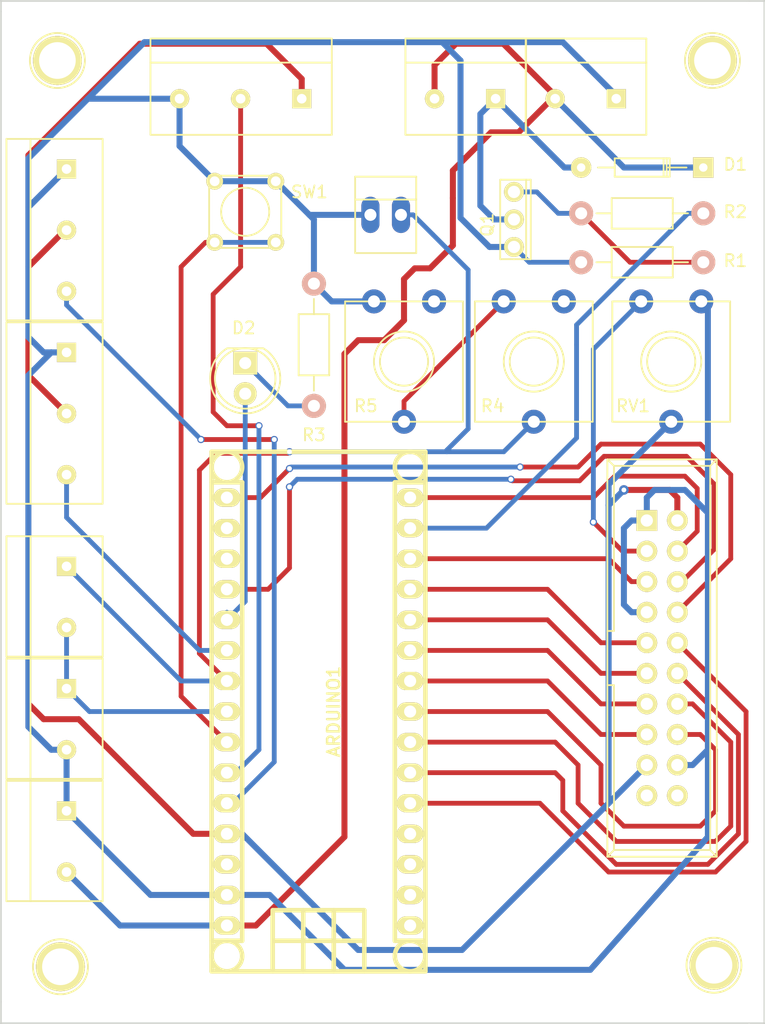
<source format=kicad_pcb>
(kicad_pcb (version 4) (host pcbnew 4.0.4-1.fc24-product)

  (general
    (links 58)
    (no_connects 0)
    (area 114.605999 58.344999 178.256001 143.458001)
    (thickness 1.6)
    (drawings 10)
    (tracks 264)
    (zones 0)
    (modules 25)
    (nets 36)
  )

  (page A4)
  (layers
    (0 F.Cu signal)
    (31 B.Cu signal)
    (32 B.Adhes user)
    (33 F.Adhes user)
    (34 B.Paste user)
    (35 F.Paste user)
    (36 B.SilkS user)
    (37 F.SilkS user)
    (38 B.Mask user)
    (39 F.Mask user)
    (40 Dwgs.User user)
    (41 Cmts.User user)
    (42 Eco1.User user)
    (43 Eco2.User user)
    (44 Edge.Cuts user)
    (45 Margin user)
    (46 B.CrtYd user)
    (47 F.CrtYd user)
    (48 B.Fab user)
    (49 F.Fab user)
  )

  (setup
    (last_trace_width 0.4)
    (trace_clearance 0.2)
    (zone_clearance 0.508)
    (zone_45_only no)
    (trace_min 0.2)
    (segment_width 0.2)
    (edge_width 0.15)
    (via_size 0.6)
    (via_drill 0.4)
    (via_min_size 0.4)
    (via_min_drill 0.3)
    (uvia_size 0.3)
    (uvia_drill 0.1)
    (uvias_allowed no)
    (uvia_min_size 0.2)
    (uvia_min_drill 0.1)
    (pcb_text_width 0.3)
    (pcb_text_size 1.5 1.5)
    (mod_edge_width 0.15)
    (mod_text_size 1 1)
    (mod_text_width 0.15)
    (pad_size 4.064 4.064)
    (pad_drill 3.048)
    (pad_to_mask_clearance 0.2)
    (aux_axis_origin 0 0)
    (visible_elements FFFFFF7F)
    (pcbplotparams
      (layerselection 0x00000_80000001)
      (usegerberextensions false)
      (excludeedgelayer true)
      (linewidth 0.100000)
      (plotframeref false)
      (viasonmask false)
      (mode 1)
      (useauxorigin false)
      (hpglpennumber 1)
      (hpglpenspeed 20)
      (hpglpendiameter 15)
      (hpglpenoverlay 2)
      (psnegative false)
      (psa4output false)
      (plotreference true)
      (plotvalue true)
      (plotinvisibletext false)
      (padsonsilk false)
      (subtractmaskfromsilk false)
      (outputformat 1)
      (mirror false)
      (drillshape 0)
      (scaleselection 1)
      (outputdirectory production-files/))
  )

  (net 0 "")
  (net 1 "Net-(ARDUINO1-Pad1)")
  (net 2 "Net-(ARDUINO1-Pad2)")
  (net 3 "Net-(ARDUINO1-Pad3)")
  (net 4 "Net-(ARDUINO1-Pad4)")
  (net 5 "Net-(ARDUINO1-Pad14)")
  (net 6 "Net-(ARDUINO1-Pad17)")
  (net 7 "Net-(ARDUINO1-Pad18)")
  (net 8 "Net-(ARDUINO1-Pad20)")
  (net 9 "Net-(ARDUINO1-Pad21)")
  (net 10 "Net-(ARDUINO1-Pad22)")
  (net 11 "Net-(ARDUINO1-Pad23)")
  (net 12 "Net-(ARDUINO1-Pad24)")
  (net 13 "Net-(ARDUINO1-Pad25)")
  (net 14 "Net-(ARDUINO1-Pad26)")
  (net 15 +5V)
  (net 16 "Net-(ARDUINO1-Pad28)")
  (net 17 GND)
  (net 18 +12V)
  (net 19 "Net-(D1-Pad2)")
  (net 20 "Net-(D2-Pad1)")
  (net 21 "Net-(DS1-Pad3)")
  (net 22 "Net-(Q1-Pad1)")
  (net 23 "Net-(R4-Pad2)")
  (net 24 /DB6)
  (net 25 /DB4)
  (net 26 /DB2)
  (net 27 /DB0)
  (net 28 /E1)
  (net 29 /~RS)
  (net 30 /E2)
  (net 31 /A0)
  (net 32 /DB1)
  (net 33 /DB3)
  (net 34 /DB5)
  (net 35 /DB7)

  (net_class Default "Tämä on oletuskytkentäverkkoluokka."
    (clearance 0.2)
    (trace_width 0.4)
    (via_dia 0.6)
    (via_drill 0.4)
    (uvia_dia 0.3)
    (uvia_drill 0.1)
    (add_net /A0)
    (add_net /DB0)
    (add_net /DB1)
    (add_net /DB2)
    (add_net /DB3)
    (add_net /DB4)
    (add_net /DB5)
    (add_net /DB6)
    (add_net /DB7)
    (add_net /E1)
    (add_net /E2)
    (add_net /~RS)
    (add_net "Net-(ARDUINO1-Pad1)")
    (add_net "Net-(ARDUINO1-Pad14)")
    (add_net "Net-(ARDUINO1-Pad17)")
    (add_net "Net-(ARDUINO1-Pad18)")
    (add_net "Net-(ARDUINO1-Pad2)")
    (add_net "Net-(ARDUINO1-Pad20)")
    (add_net "Net-(ARDUINO1-Pad21)")
    (add_net "Net-(ARDUINO1-Pad22)")
    (add_net "Net-(ARDUINO1-Pad23)")
    (add_net "Net-(ARDUINO1-Pad24)")
    (add_net "Net-(ARDUINO1-Pad25)")
    (add_net "Net-(ARDUINO1-Pad26)")
    (add_net "Net-(ARDUINO1-Pad28)")
    (add_net "Net-(ARDUINO1-Pad3)")
    (add_net "Net-(ARDUINO1-Pad4)")
    (add_net "Net-(D2-Pad1)")
    (add_net "Net-(DS1-Pad3)")
    (add_net "Net-(Q1-Pad1)")
    (add_net "Net-(R4-Pad2)")
  )

  (net_class Power ""
    (clearance 0.4)
    (trace_width 0.5)
    (via_dia 0.8)
    (via_drill 0.4)
    (uvia_dia 0.3)
    (uvia_drill 0.1)
    (add_net +12V)
    (add_net +5V)
    (add_net GND)
    (add_net "Net-(D1-Pad2)")
  )

  (module oturpe-kicad-modules:Trimmer_ACP_*V10 (layer F.Cu) (tedit 583C6D5C) (tstamp 583C38CB)
    (at 148.209 88.392 180)
    (path /5831C2E4)
    (fp_text reference R5 (at 3.175 -3.683 180) (layer F.SilkS)
      (effects (font (size 1 1) (thickness 0.15)))
    )
    (fp_text value "1 kA" (at 0.15 -8 180) (layer F.Fab)
      (effects (font (size 1 1) (thickness 0.15)))
    )
    (fp_circle (center 0 0) (end 2 -0.1) (layer F.SilkS) (width 0.15))
    (fp_circle (center 0 0) (end 2.5 0) (layer F.SilkS) (width 0.15))
    (fp_line (start -4.9 5) (end 4.9 5) (layer F.SilkS) (width 0.15))
    (fp_line (start 4.9 5) (end 4.9 -5) (layer F.SilkS) (width 0.15))
    (fp_line (start 4.9 -5) (end -4.9 -5) (layer F.SilkS) (width 0.15))
    (fp_line (start -4.9 -5) (end -4.9 5) (layer F.SilkS) (width 0.15))
    (pad 1 thru_hole circle (at 0 -5 180) (size 2 2) (drill 1) (layers *.Cu *.Mask)
      (net 23 "Net-(R4-Pad2)"))
    (pad 2 thru_hole circle (at 2.5 5 180) (size 2 2) (drill 1) (layers *.Cu *.Mask)
      (net 17 GND))
    (pad 3 thru_hole circle (at -2.5 5 180) (size 2 2) (drill 1) (layers *.Cu *.Mask))
  )

  (module w_conn_misc:arduino_nano_header (layer F.Cu) (tedit 50D22E09) (tstamp 583831F4)
    (at 141.097 117.475 90)
    (descr "Arduino Nano Header")
    (tags Arduino)
    (path /58345884)
    (fp_text reference ARDUINO1 (at 0 1.27 90) (layer F.SilkS)
      (effects (font (size 1.016 1.016) (thickness 0.2032)))
    )
    (fp_text value ARDUINO_NANO (at 0 -1.27 90) (layer F.SilkS) hide
      (effects (font (size 1.016 0.889) (thickness 0.2032)))
    )
    (fp_line (start -16.51 -1.27) (end -21.59 -1.27) (layer F.SilkS) (width 0.381))
    (fp_line (start -16.51 1.27) (end -21.59 1.27) (layer F.SilkS) (width 0.381))
    (fp_line (start -19.05 -3.81) (end -19.05 3.81) (layer F.SilkS) (width 0.381))
    (fp_line (start -21.59 -3.81) (end -16.51 -3.81) (layer F.SilkS) (width 0.381))
    (fp_line (start -16.51 -3.81) (end -16.51 3.81) (layer F.SilkS) (width 0.381))
    (fp_line (start -16.51 3.81) (end -21.59 3.81) (layer F.SilkS) (width 0.381))
    (fp_line (start 21.59 -8.89) (end -21.59 -8.89) (layer F.SilkS) (width 0.381))
    (fp_line (start -21.59 8.89) (end 21.59 8.89) (layer F.SilkS) (width 0.381))
    (fp_line (start -21.59 8.89) (end -21.59 -8.89) (layer F.SilkS) (width 0.381))
    (fp_line (start 21.59 8.89) (end 21.59 -8.89) (layer F.SilkS) (width 0.381))
    (fp_circle (center -20.32 -7.62) (end -21.59 -7.62) (layer F.SilkS) (width 0.381))
    (fp_circle (center -20.32 7.62) (end -21.59 7.62) (layer F.SilkS) (width 0.381))
    (fp_circle (center 20.32 -7.62) (end 21.59 -7.62) (layer F.SilkS) (width 0.381))
    (fp_circle (center 20.32 7.62) (end 21.59 7.62) (layer F.SilkS) (width 0.381))
    (fp_line (start 19.05 -6.35) (end -19.05 -6.35) (layer F.SilkS) (width 0.381))
    (fp_line (start -19.05 6.35) (end 19.05 6.35) (layer F.SilkS) (width 0.381))
    (fp_line (start 19.05 8.89) (end 19.05 6.35) (layer F.SilkS) (width 0.381))
    (fp_line (start 19.05 -6.35) (end 19.05 -8.89) (layer F.SilkS) (width 0.381))
    (fp_line (start -19.05 -8.89) (end -19.05 -6.35) (layer F.SilkS) (width 0.381))
    (fp_line (start -19.05 8.89) (end -19.05 6.35) (layer F.SilkS) (width 0.381))
    (pad 1 thru_hole oval (at -17.78 7.62 90) (size 1.524 2.19964) (drill 1.00076) (layers *.Cu *.Mask F.SilkS)
      (net 1 "Net-(ARDUINO1-Pad1)"))
    (pad 2 thru_hole oval (at -15.24 7.62 90) (size 1.524 2.19964) (drill 1.00076) (layers *.Cu *.Mask F.SilkS)
      (net 2 "Net-(ARDUINO1-Pad2)"))
    (pad 3 thru_hole oval (at -12.7 7.62 90) (size 1.524 2.19964) (drill 1.00076) (layers *.Cu *.Mask F.SilkS)
      (net 3 "Net-(ARDUINO1-Pad3)"))
    (pad 4 thru_hole oval (at -10.16 7.62 90) (size 1.524 2.19964) (drill 1.00076) (layers *.Cu *.Mask F.SilkS)
      (net 4 "Net-(ARDUINO1-Pad4)"))
    (pad 5 thru_hole oval (at -7.62 7.62 90) (size 1.524 2.19964) (drill 1.00076) (layers *.Cu *.Mask F.SilkS)
      (net 32 /DB1))
    (pad 6 thru_hole oval (at -5.08 7.62 90) (size 1.524 2.19964) (drill 1.00076) (layers *.Cu *.Mask F.SilkS)
      (net 33 /DB3))
    (pad 7 thru_hole oval (at -2.54 7.62 90) (size 1.524 2.19964) (drill 1.00076) (layers *.Cu *.Mask F.SilkS)
      (net 34 /DB5))
    (pad 8 thru_hole oval (at 0 7.62 90) (size 1.524 2.19964) (drill 1.00076) (layers *.Cu *.Mask F.SilkS)
      (net 35 /DB7))
    (pad 9 thru_hole oval (at 2.54 7.62 90) (size 1.524 2.19964) (drill 1.00076) (layers *.Cu *.Mask F.SilkS)
      (net 24 /DB6))
    (pad 10 thru_hole oval (at 5.08 7.62 90) (size 1.524 2.19964) (drill 1.00076) (layers *.Cu *.Mask F.SilkS)
      (net 25 /DB4))
    (pad 11 thru_hole oval (at 7.62 7.62 90) (size 1.524 2.19964) (drill 1.00076) (layers *.Cu *.Mask F.SilkS)
      (net 26 /DB2))
    (pad 12 thru_hole oval (at 10.16 7.62 90) (size 1.524 2.19964) (drill 1.00076) (layers *.Cu *.Mask F.SilkS)
      (net 27 /DB0))
    (pad 13 thru_hole oval (at 12.7 7.62 90) (size 1.524 2.19964) (drill 1.00076) (layers *.Cu *.Mask F.SilkS)
      (net 28 /E1))
    (pad 14 thru_hole oval (at 15.24 7.62 90) (size 1.524 2.19964) (drill 1.00076) (layers *.Cu *.Mask F.SilkS)
      (net 5 "Net-(ARDUINO1-Pad14)"))
    (pad 15 thru_hole oval (at 17.78 7.62 90) (size 1.524 2.19964) (drill 1.00076) (layers *.Cu *.Mask F.SilkS)
      (net 29 /~RS))
    (pad 16 thru_hole oval (at 17.78 -7.62 90) (size 1.524 2.19964) (drill 1.00076) (layers *.Cu *.Mask F.SilkS)
      (net 31 /A0))
    (pad 17 thru_hole oval (at 15.24 -7.62 90) (size 1.524 2.19964) (drill 1.00076) (layers *.Cu *.Mask F.SilkS)
      (net 6 "Net-(ARDUINO1-Pad17)"))
    (pad 18 thru_hole oval (at 12.7 -7.62 90) (size 1.524 2.19964) (drill 1.00076) (layers *.Cu *.Mask F.SilkS)
      (net 7 "Net-(ARDUINO1-Pad18)"))
    (pad 19 thru_hole oval (at 10.16 -7.62 90) (size 1.524 2.19964) (drill 1.00076) (layers *.Cu *.Mask F.SilkS)
      (net 30 /E2))
    (pad 20 thru_hole oval (at 7.62 -7.62 90) (size 1.524 2.1971) (drill 1.00076) (layers *.Cu *.Mask F.SilkS)
      (net 8 "Net-(ARDUINO1-Pad20)"))
    (pad 21 thru_hole oval (at 5.08 -7.62 90) (size 1.524 2.1971) (drill 1.00076) (layers *.Cu *.Mask F.SilkS)
      (net 9 "Net-(ARDUINO1-Pad21)"))
    (pad 22 thru_hole oval (at 2.54 -7.62 90) (size 1.524 2.1971) (drill 1.00076) (layers *.Cu *.Mask F.SilkS)
      (net 10 "Net-(ARDUINO1-Pad22)"))
    (pad 23 thru_hole oval (at 0 -7.62 90) (size 1.524 2.1971) (drill 1.00076) (layers *.Cu *.Mask F.SilkS)
      (net 11 "Net-(ARDUINO1-Pad23)"))
    (pad 24 thru_hole oval (at -2.54 -7.62 90) (size 1.524 2.1971) (drill 0.99822) (layers *.Cu *.Mask F.SilkS)
      (net 12 "Net-(ARDUINO1-Pad24)"))
    (pad 25 thru_hole oval (at -5.08 -7.62 90) (size 1.524 2.1971) (drill 0.99822) (layers *.Cu *.Mask F.SilkS)
      (net 13 "Net-(ARDUINO1-Pad25)"))
    (pad 26 thru_hole oval (at -7.62 -7.62 90) (size 1.524 2.1971) (drill 0.99822) (layers *.Cu *.Mask F.SilkS)
      (net 14 "Net-(ARDUINO1-Pad26)"))
    (pad 27 thru_hole oval (at -10.16 -7.62 90) (size 1.524 2.1971) (drill 0.99822) (layers *.Cu *.Mask F.SilkS)
      (net 15 +5V))
    (pad 28 thru_hole oval (at -12.7 -7.62 90) (size 1.524 2.1971) (drill 0.99822) (layers *.Cu *.Mask F.SilkS)
      (net 16 "Net-(ARDUINO1-Pad28)"))
    (pad 29 thru_hole oval (at -15.24 -7.62 90) (size 1.524 2.1971) (drill 0.99822) (layers *.Cu *.Mask F.SilkS)
      (net 17 GND))
    (pad 30 thru_hole oval (at -17.78 -7.62 90) (size 1.524 2.1971) (drill 0.99822) (layers *.Cu *.Mask F.SilkS)
      (net 18 +12V))
    (model walter/conn_misc/arduino_nano_header.wrl
      (at (xyz 0 0 0))
      (scale (xyz 1 1 1))
      (rotate (xyz 0 0 0))
    )
  )

  (module LEDs:LED-5MM (layer F.Cu) (tedit 583C2B32) (tstamp 58383200)
    (at 135.001 88.519 270)
    (descr "LED 5mm round vertical")
    (tags "LED 5mm round vertical")
    (path /58381FE4)
    (fp_text reference D2 (at -2.921 0.127 360) (layer F.SilkS)
      (effects (font (size 1 1) (thickness 0.15)))
    )
    (fp_text value Indicator (at 1.524 -3.937 270) (layer F.Fab) hide
      (effects (font (size 1 1) (thickness 0.15)))
    )
    (fp_line (start -1.5 -1.55) (end -1.5 1.55) (layer F.CrtYd) (width 0.05))
    (fp_arc (start 1.3 0) (end -1.5 1.55) (angle -302) (layer F.CrtYd) (width 0.05))
    (fp_arc (start 1.27 0) (end -1.23 -1.5) (angle 297.5) (layer F.SilkS) (width 0.15))
    (fp_line (start -1.23 1.5) (end -1.23 -1.5) (layer F.SilkS) (width 0.15))
    (fp_circle (center 1.27 0) (end 0.97 -2.5) (layer F.SilkS) (width 0.15))
    (fp_text user K (at -1.905 1.905 270) (layer F.SilkS) hide
      (effects (font (size 1 1) (thickness 0.15)))
    )
    (pad 1 thru_hole rect (at 0 0) (size 2 1.9) (drill 1.00076) (layers *.Cu *.Mask F.SilkS)
      (net 20 "Net-(D2-Pad1)"))
    (pad 2 thru_hole circle (at 2.54 0 270) (size 1.9 1.9) (drill 1.00076) (layers *.Cu *.Mask F.SilkS)
      (net 8 "Net-(ARDUINO1-Pad20)"))
    (model LEDs.3dshapes/LED-5MM.wrl
      (at (xyz 0.05 0 0))
      (scale (xyz 1 1 1))
      (rotate (xyz 0 0 90))
    )
  )

  (module Connect:IDC_Header_Straight_20pins (layer F.Cu) (tedit 583C2BBA) (tstamp 58383218)
    (at 168.402 101.6 270)
    (descr "20 pins through hole IDC header")
    (tags "IDC header socket VASCH")
    (path /5835B1BF)
    (fp_text reference DS1 (at 11.43 -7.62 270) (layer F.SilkS) hide
      (effects (font (size 1 1) (thickness 0.15)))
    )
    (fp_text value NHD-12232AZ (at 11.43 5.223 270) (layer F.Fab)
      (effects (font (size 1 1) (thickness 0.15)))
    )
    (fp_line (start -5.08 -5.82) (end 27.94 -5.82) (layer F.SilkS) (width 0.15))
    (fp_line (start -4.54 -5.27) (end 27.38 -5.27) (layer F.SilkS) (width 0.15))
    (fp_line (start -5.08 3.28) (end 27.94 3.28) (layer F.SilkS) (width 0.15))
    (fp_line (start -4.54 2.73) (end 9.18 2.73) (layer F.SilkS) (width 0.15))
    (fp_line (start 13.68 2.73) (end 27.38 2.73) (layer F.SilkS) (width 0.15))
    (fp_line (start 9.18 2.73) (end 9.18 3.28) (layer F.SilkS) (width 0.15))
    (fp_line (start 13.68 2.73) (end 13.68 3.28) (layer F.SilkS) (width 0.15))
    (fp_line (start -5.08 -5.82) (end -5.08 3.28) (layer F.SilkS) (width 0.15))
    (fp_line (start -4.54 -5.27) (end -4.54 2.73) (layer F.SilkS) (width 0.15))
    (fp_line (start 27.94 -5.82) (end 27.94 3.28) (layer F.SilkS) (width 0.15))
    (fp_line (start 27.38 -5.27) (end 27.38 2.73) (layer F.SilkS) (width 0.15))
    (fp_line (start -5.08 -5.82) (end -4.54 -5.27) (layer F.SilkS) (width 0.15))
    (fp_line (start 27.94 -5.82) (end 27.38 -5.27) (layer F.SilkS) (width 0.15))
    (fp_line (start -5.08 3.28) (end -4.54 2.73) (layer F.SilkS) (width 0.15))
    (fp_line (start 27.94 3.28) (end 27.38 2.73) (layer F.SilkS) (width 0.15))
    (fp_line (start -5.35 -6.05) (end 28.2 -6.05) (layer F.CrtYd) (width 0.05))
    (fp_line (start 28.2 -6.05) (end 28.2 3.55) (layer F.CrtYd) (width 0.05))
    (fp_line (start 28.2 3.55) (end -5.35 3.55) (layer F.CrtYd) (width 0.05))
    (fp_line (start -5.35 3.55) (end -5.35 -6.05) (layer F.CrtYd) (width 0.05))
    (pad 1 thru_hole rect (at 0 0 270) (size 1.7272 1.7272) (drill 1.016) (layers *.Cu *.Mask F.SilkS)
      (net 17 GND))
    (pad 2 thru_hole oval (at 0 -2.54 270) (size 1.7272 1.7272) (drill 1.016) (layers *.Cu *.Mask F.SilkS)
      (net 15 +5V))
    (pad 3 thru_hole oval (at 2.54 0 270) (size 1.7272 1.7272) (drill 1.016) (layers *.Cu *.Mask F.SilkS)
      (net 21 "Net-(DS1-Pad3)"))
    (pad 4 thru_hole oval (at 2.54 -2.54 270) (size 1.7272 1.7272) (drill 1.016) (layers *.Cu *.Mask F.SilkS)
      (net 29 /~RS))
    (pad 5 thru_hole oval (at 5.08 0 270) (size 1.7272 1.7272) (drill 1.016) (layers *.Cu *.Mask F.SilkS)
      (net 28 /E1))
    (pad 6 thru_hole oval (at 5.08 -2.54 270) (size 1.7272 1.7272) (drill 1.016) (layers *.Cu *.Mask F.SilkS)
      (net 30 /E2))
    (pad 7 thru_hole oval (at 7.62 0 270) (size 1.7272 1.7272) (drill 1.016) (layers *.Cu *.Mask F.SilkS)
      (net 17 GND))
    (pad 8 thru_hole oval (at 7.62 -2.54 270) (size 1.7272 1.7272) (drill 1.016) (layers *.Cu *.Mask F.SilkS)
      (net 31 /A0))
    (pad 9 thru_hole oval (at 10.16 0 270) (size 1.7272 1.7272) (drill 1.016) (layers *.Cu *.Mask F.SilkS)
      (net 27 /DB0))
    (pad 10 thru_hole oval (at 10.16 -2.54 270) (size 1.7272 1.7272) (drill 1.016) (layers *.Cu *.Mask F.SilkS)
      (net 32 /DB1))
    (pad 11 thru_hole oval (at 12.7 0 270) (size 1.7272 1.7272) (drill 1.016) (layers *.Cu *.Mask F.SilkS)
      (net 26 /DB2))
    (pad 12 thru_hole oval (at 12.7 -2.54 270) (size 1.7272 1.7272) (drill 1.016) (layers *.Cu *.Mask F.SilkS)
      (net 33 /DB3))
    (pad 13 thru_hole oval (at 15.24 0 270) (size 1.7272 1.7272) (drill 1.016) (layers *.Cu *.Mask F.SilkS)
      (net 25 /DB4))
    (pad 14 thru_hole oval (at 15.24 -2.54 270) (size 1.7272 1.7272) (drill 1.016) (layers *.Cu *.Mask F.SilkS)
      (net 34 /DB5))
    (pad 15 thru_hole oval (at 17.78 0 270) (size 1.7272 1.7272) (drill 1.016) (layers *.Cu *.Mask F.SilkS)
      (net 24 /DB6))
    (pad 16 thru_hole oval (at 17.78 -2.54 270) (size 1.7272 1.7272) (drill 1.016) (layers *.Cu *.Mask F.SilkS)
      (net 35 /DB7))
    (pad 17 thru_hole oval (at 20.32 0 270) (size 1.7272 1.7272) (drill 1.016) (layers *.Cu *.Mask F.SilkS)
      (net 15 +5V))
    (pad 18 thru_hole oval (at 20.32 -2.54 270) (size 1.7272 1.7272) (drill 1.016) (layers *.Cu *.Mask F.SilkS)
      (net 17 GND))
    (pad 19 thru_hole oval (at 22.86 0 270) (size 1.7272 1.7272) (drill 1.016) (layers *.Cu *.Mask F.SilkS))
    (pad 20 thru_hole oval (at 22.86 -2.54 270) (size 1.7272 1.7272) (drill 1.016) (layers *.Cu *.Mask F.SilkS))
  )

  (module Connect:PINHEAD1-2 (layer F.Cu) (tedit 583C3BF6) (tstamp 5838323C)
    (at 146.685 76.2)
    (path /5831C5F6)
    (attr virtual)
    (fp_text reference P4 (at 0 -3.9) (layer F.SilkS) hide
      (effects (font (size 1 1) (thickness 0.15)))
    )
    (fp_text value "Sense check" (at 0.635 4.318) (layer F.Fab)
      (effects (font (size 1 1) (thickness 0.15)))
    )
    (fp_line (start 2.54 -1.27) (end -2.54 -1.27) (layer F.SilkS) (width 0.15))
    (fp_line (start 2.54 3.175) (end -2.54 3.175) (layer F.SilkS) (width 0.15))
    (fp_line (start -2.54 -3.175) (end 2.54 -3.175) (layer F.SilkS) (width 0.15))
    (fp_line (start -2.54 -3.175) (end -2.54 3.175) (layer F.SilkS) (width 0.15))
    (fp_line (start 2.54 -3.175) (end 2.54 3.175) (layer F.SilkS) (width 0.15))
    (pad 1 thru_hole oval (at -1.27 0) (size 1.50622 3.01498) (drill 0.99822) (layers *.Cu *.Mask)
      (net 17 GND))
    (pad 2 thru_hole oval (at 1.27 0) (size 1.50622 3.01498) (drill 0.99822) (layers *.Cu *.Mask)
      (net 10 "Net-(ARDUINO1-Pad22)"))
  )

  (module Resistors_ThroughHole:Resistor_Horizontal_RM10mm (layer F.Cu) (tedit 583C2C85) (tstamp 58383249)
    (at 173.101 80.137 180)
    (descr "Resistor, Axial,  RM 10mm, 1/3W")
    (tags "Resistor Axial RM 10mm 1/3W")
    (path /5834F600)
    (fp_text reference R1 (at -2.667 0.127 180) (layer F.SilkS)
      (effects (font (size 1 1) (thickness 0.15)))
    )
    (fp_text value "1 M" (at 5.08 3.81 180) (layer F.Fab) hide
      (effects (font (size 1 1) (thickness 0.15)))
    )
    (fp_line (start -1.25 -1.5) (end 11.4 -1.5) (layer F.CrtYd) (width 0.05))
    (fp_line (start -1.25 1.5) (end -1.25 -1.5) (layer F.CrtYd) (width 0.05))
    (fp_line (start 11.4 -1.5) (end 11.4 1.5) (layer F.CrtYd) (width 0.05))
    (fp_line (start -1.25 1.5) (end 11.4 1.5) (layer F.CrtYd) (width 0.05))
    (fp_line (start 2.54 -1.27) (end 7.62 -1.27) (layer F.SilkS) (width 0.15))
    (fp_line (start 7.62 -1.27) (end 7.62 1.27) (layer F.SilkS) (width 0.15))
    (fp_line (start 7.62 1.27) (end 2.54 1.27) (layer F.SilkS) (width 0.15))
    (fp_line (start 2.54 1.27) (end 2.54 -1.27) (layer F.SilkS) (width 0.15))
    (fp_line (start 2.54 0) (end 1.27 0) (layer F.SilkS) (width 0.15))
    (fp_line (start 7.62 0) (end 8.89 0) (layer F.SilkS) (width 0.15))
    (pad 1 thru_hole circle (at 0 0 180) (size 1.99898 1.99898) (drill 1.00076) (layers *.Cu *.SilkS *.Mask)
      (net 22 "Net-(Q1-Pad1)"))
    (pad 2 thru_hole circle (at 10.16 0 180) (size 1.99898 1.99898) (drill 1.00076) (layers *.Cu *.SilkS *.Mask)
      (net 17 GND))
    (model Resistors_ThroughHole.3dshapes/Resistor_Horizontal_RM10mm.wrl
      (at (xyz 0.2 0 0))
      (scale (xyz 0.4 0.4 0.4))
      (rotate (xyz 0 0 0))
    )
  )

  (module Resistors_ThroughHole:Resistor_Horizontal_RM10mm (layer F.Cu) (tedit 583C2AE5) (tstamp 5838324F)
    (at 173.101 76.073 180)
    (descr "Resistor, Axial,  RM 10mm, 1/3W")
    (tags "Resistor Axial RM 10mm 1/3W")
    (path /5834F5AD)
    (fp_text reference R2 (at -2.667 0.127 180) (layer F.SilkS)
      (effects (font (size 1 1) (thickness 0.15)))
    )
    (fp_text value 100 (at 5.08 3.81 180) (layer F.Fab) hide
      (effects (font (size 1 1) (thickness 0.15)))
    )
    (fp_line (start -1.25 -1.5) (end 11.4 -1.5) (layer F.CrtYd) (width 0.05))
    (fp_line (start -1.25 1.5) (end -1.25 -1.5) (layer F.CrtYd) (width 0.05))
    (fp_line (start 11.4 -1.5) (end 11.4 1.5) (layer F.CrtYd) (width 0.05))
    (fp_line (start -1.25 1.5) (end 11.4 1.5) (layer F.CrtYd) (width 0.05))
    (fp_line (start 2.54 -1.27) (end 7.62 -1.27) (layer F.SilkS) (width 0.15))
    (fp_line (start 7.62 -1.27) (end 7.62 1.27) (layer F.SilkS) (width 0.15))
    (fp_line (start 7.62 1.27) (end 2.54 1.27) (layer F.SilkS) (width 0.15))
    (fp_line (start 2.54 1.27) (end 2.54 -1.27) (layer F.SilkS) (width 0.15))
    (fp_line (start 2.54 0) (end 1.27 0) (layer F.SilkS) (width 0.15))
    (fp_line (start 7.62 0) (end 8.89 0) (layer F.SilkS) (width 0.15))
    (pad 1 thru_hole circle (at 0 0 180) (size 1.99898 1.99898) (drill 1.00076) (layers *.Cu *.SilkS *.Mask)
      (net 5 "Net-(ARDUINO1-Pad14)"))
    (pad 2 thru_hole circle (at 10.16 0 180) (size 1.99898 1.99898) (drill 1.00076) (layers *.Cu *.SilkS *.Mask)
      (net 22 "Net-(Q1-Pad1)"))
    (model Resistors_ThroughHole.3dshapes/Resistor_Horizontal_RM10mm.wrl
      (at (xyz 0.2 0 0))
      (scale (xyz 0.4 0.4 0.4))
      (rotate (xyz 0 0 0))
    )
  )

  (module Resistors_ThroughHole:Resistor_Horizontal_RM10mm (layer F.Cu) (tedit 583C6D87) (tstamp 58383255)
    (at 140.716 92.075 90)
    (descr "Resistor, Axial,  RM 10mm, 1/3W")
    (tags "Resistor Axial RM 10mm 1/3W")
    (path /5838203B)
    (fp_text reference R3 (at -2.413 0 180) (layer F.SilkS)
      (effects (font (size 1 1) (thickness 0.15)))
    )
    (fp_text value "1 k" (at 5.08 3.81 90) (layer F.Fab) hide
      (effects (font (size 1 1) (thickness 0.15)))
    )
    (fp_line (start -1.25 -1.5) (end 11.4 -1.5) (layer F.CrtYd) (width 0.05))
    (fp_line (start -1.25 1.5) (end -1.25 -1.5) (layer F.CrtYd) (width 0.05))
    (fp_line (start 11.4 -1.5) (end 11.4 1.5) (layer F.CrtYd) (width 0.05))
    (fp_line (start -1.25 1.5) (end 11.4 1.5) (layer F.CrtYd) (width 0.05))
    (fp_line (start 2.54 -1.27) (end 7.62 -1.27) (layer F.SilkS) (width 0.15))
    (fp_line (start 7.62 -1.27) (end 7.62 1.27) (layer F.SilkS) (width 0.15))
    (fp_line (start 7.62 1.27) (end 2.54 1.27) (layer F.SilkS) (width 0.15))
    (fp_line (start 2.54 1.27) (end 2.54 -1.27) (layer F.SilkS) (width 0.15))
    (fp_line (start 2.54 0) (end 1.27 0) (layer F.SilkS) (width 0.15))
    (fp_line (start 7.62 0) (end 8.89 0) (layer F.SilkS) (width 0.15))
    (pad 1 thru_hole circle (at 0 0 90) (size 1.99898 1.99898) (drill 1.00076) (layers *.Cu *.SilkS *.Mask)
      (net 20 "Net-(D2-Pad1)"))
    (pad 2 thru_hole circle (at 10.16 0 90) (size 1.99898 1.99898) (drill 1.00076) (layers *.Cu *.SilkS *.Mask)
      (net 17 GND))
    (model Resistors_ThroughHole.3dshapes/Resistor_Horizontal_RM10mm.wrl
      (at (xyz 0.2 0 0))
      (scale (xyz 0.4 0.4 0.4))
      (rotate (xyz 0 0 0))
    )
  )

  (module Connect:1pin (layer F.Cu) (tedit 583C6DB6) (tstamp 583840B6)
    (at 173.99 138.557)
    (descr "module 1 pin (ou trou mecanique de percage)")
    (tags DEV)
    (fp_text reference REF** (at 0 -3.048) (layer F.SilkS) hide
      (effects (font (size 1 1) (thickness 0.15)))
    )
    (fp_text value 1pin (at 0 2.794) (layer F.Fab) hide
      (effects (font (size 1 1) (thickness 0.15)))
    )
    (fp_circle (center 0 0) (end 0 -2.286) (layer F.SilkS) (width 0.15))
    (pad "" thru_hole circle (at 0 0) (size 4.064 4.064) (drill 3.048) (layers *.Cu *.Mask F.SilkS))
  )

  (module Connect:1pin (layer F.Cu) (tedit 583C6DB8) (tstamp 583840C2)
    (at 119.634 138.684)
    (descr "module 1 pin (ou trou mecanique de percage)")
    (tags DEV)
    (fp_text reference REF** (at 0 -3.048) (layer F.SilkS) hide
      (effects (font (size 1 1) (thickness 0.15)))
    )
    (fp_text value 1pin (at 0 2.794) (layer F.Fab) hide
      (effects (font (size 1 1) (thickness 0.15)))
    )
    (fp_circle (center 0 0) (end 0 -2.286) (layer F.SilkS) (width 0.15))
    (pad "" thru_hole circle (at 0 0) (size 4.064 4.064) (drill 3.048) (layers *.Cu *.Mask F.SilkS))
  )

  (module Connect:1pin (layer F.Cu) (tedit 583C6DAC) (tstamp 583840DA)
    (at 173.863 63.373)
    (descr "module 1 pin (ou trou mecanique de percage)")
    (tags DEV)
    (fp_text reference REF** (at 0 -3.048) (layer F.SilkS) hide
      (effects (font (size 1 1) (thickness 0.15)))
    )
    (fp_text value 1pin (at 0 2.794) (layer F.Fab) hide
      (effects (font (size 1 1) (thickness 0.15)))
    )
    (fp_circle (center 0 0) (end 0 -2.286) (layer F.SilkS) (width 0.15))
    (pad "" thru_hole circle (at 0 0) (size 4.064 4.064) (drill 3.048) (layers *.Cu *.Mask F.SilkS))
  )

  (module Connect:1pin (layer F.Cu) (tedit 583C6DB0) (tstamp 583840E5)
    (at 119.38 63.373)
    (descr "module 1 pin (ou trou mecanique de percage)")
    (tags DEV)
    (fp_text reference REF** (at 0 -3.048) (layer F.SilkS) hide
      (effects (font (size 1 1) (thickness 0.15)))
    )
    (fp_text value 1pin (at 0 2.794) (layer F.Fab) hide
      (effects (font (size 1 1) (thickness 0.15)))
    )
    (fp_circle (center 0 0) (end 0 -2.286) (layer F.SilkS) (width 0.15))
    (pad "" thru_hole circle (at 0 0) (size 4.064 4.064) (drill 3.048) (layers *.Cu *.Mask F.SilkS))
  )

  (module Diodes_ThroughHole:Diode_DO-35_SOD27_Horizontal_RM10 (layer F.Cu) (tedit 583C2AD6) (tstamp 5838B507)
    (at 173.101 72.263 180)
    (descr "Diode, DO-35,  SOD27, Horizontal, RM 10mm")
    (tags "Diode, DO-35, SOD27, Horizontal, RM 10mm, 1N4148,")
    (path /5834ECBF)
    (fp_text reference D1 (at -2.667 0.254 180) (layer F.SilkS)
      (effects (font (size 1 1) (thickness 0.15)))
    )
    (fp_text value D_Schottky (at 4.41452 -3.55854 180) (layer F.Fab) hide
      (effects (font (size 1 1) (thickness 0.15)))
    )
    (fp_line (start 7.36652 -0.00254) (end 8.76352 -0.00254) (layer F.SilkS) (width 0.15))
    (fp_line (start 2.92152 -0.00254) (end 1.39752 -0.00254) (layer F.SilkS) (width 0.15))
    (fp_line (start 3.30252 -0.76454) (end 3.30252 0.75946) (layer F.SilkS) (width 0.15))
    (fp_line (start 3.04852 -0.76454) (end 3.04852 0.75946) (layer F.SilkS) (width 0.15))
    (fp_line (start 2.79452 -0.00254) (end 2.79452 0.75946) (layer F.SilkS) (width 0.15))
    (fp_line (start 2.79452 0.75946) (end 7.36652 0.75946) (layer F.SilkS) (width 0.15))
    (fp_line (start 7.36652 0.75946) (end 7.36652 -0.76454) (layer F.SilkS) (width 0.15))
    (fp_line (start 7.36652 -0.76454) (end 2.79452 -0.76454) (layer F.SilkS) (width 0.15))
    (fp_line (start 2.79452 -0.76454) (end 2.79452 -0.00254) (layer F.SilkS) (width 0.15))
    (pad 2 thru_hole circle (at 10.16052 -0.00254) (size 1.69926 1.69926) (drill 0.70104) (layers *.Cu *.Mask F.SilkS)
      (net 19 "Net-(D1-Pad2)"))
    (pad 1 thru_hole rect (at 0.00052 -0.00254) (size 1.69926 1.69926) (drill 0.70104) (layers *.Cu *.Mask F.SilkS)
      (net 18 +12V))
    (model Diodes_ThroughHole.3dshapes/Diode_DO-35_SOD27_Horizontal_RM10.wrl
      (at (xyz 0.2 0 0))
      (scale (xyz 0.4 0.4 0.4))
      (rotate (xyz 0 0 180))
    )
  )

  (module oturpe-kicad-modules:Big_green_chocolate_1x2 (layer F.Cu) (tedit 58386625) (tstamp 5838B515)
    (at 155.829 66.548 180)
    (path /5834E9A9)
    (fp_text reference M1 (at 0 -5.08 180) (layer F.SilkS) hide
      (effects (font (size 1 1) (thickness 0.15)))
    )
    (fp_text value "Solution pump" (at 2.54 -4.191 180) (layer F.Fab)
      (effects (font (size 1 1) (thickness 0.15)))
    )
    (fp_line (start -2.5 3) (end 7.5 3) (layer F.SilkS) (width 0.15))
    (fp_line (start -2.5 -3) (end 7.5 -3) (layer F.SilkS) (width 0.15))
    (fp_line (start 7.5 -3) (end 7.5 5) (layer F.SilkS) (width 0.15))
    (fp_line (start 7.5 5) (end -2.5 5) (layer F.SilkS) (width 0.15))
    (fp_line (start -2.5 5) (end -2.5 -3) (layer F.SilkS) (width 0.15))
    (pad 1 thru_hole rect (at 0 0 180) (size 1.6 1.6) (drill 0.8) (layers *.Cu *.Mask F.SilkS)
      (net 19 "Net-(D1-Pad2)"))
    (pad 2 thru_hole circle (at 5.08 0 180) (size 1.6 1.6) (drill 0.8) (layers *.Cu *.Mask F.SilkS)
      (net 18 +12V))
  )

  (module oturpe-kicad-modules:Big_green_chocolate_1x2 (layer F.Cu) (tedit 583D8E5B) (tstamp 5838B51F)
    (at 165.862 66.548 180)
    (path /5834F2B9)
    (fp_text reference M2 (at 0 -5.08 180) (layer F.SilkS) hide
      (effects (font (size 1 1) (thickness 0.15)))
    )
    (fp_text value "Air pump" (at 1.397 -3.683 180) (layer F.Fab)
      (effects (font (size 1 1) (thickness 0.15)))
    )
    (fp_line (start -2.5 3) (end 7.5 3) (layer F.SilkS) (width 0.15))
    (fp_line (start -2.5 -3) (end 7.5 -3) (layer F.SilkS) (width 0.15))
    (fp_line (start 7.5 -3) (end 7.5 5) (layer F.SilkS) (width 0.15))
    (fp_line (start 7.5 5) (end -2.5 5) (layer F.SilkS) (width 0.15))
    (fp_line (start -2.5 5) (end -2.5 -3) (layer F.SilkS) (width 0.15))
    (pad 1 thru_hole rect (at 0 0 180) (size 1.6 1.6) (drill 0.8) (layers *.Cu *.Mask F.SilkS)
      (net 17 GND))
    (pad 2 thru_hole circle (at 5.08 0 180) (size 1.6 1.6) (drill 0.8) (layers *.Cu *.Mask F.SilkS)
      (net 18 +12V))
  )

  (module oturpe-kicad-modules:Big_green_chocolate_1x2 (layer F.Cu) (tedit 583C2B75) (tstamp 5838B529)
    (at 120.142 125.73 270)
    (path /582C8024)
    (fp_text reference P1 (at 0 -5.08 270) (layer F.SilkS) hide
      (effects (font (size 1 1) (thickness 0.15)))
    )
    (fp_text value "Power in" (at 2.667 -3.937 270) (layer F.Fab)
      (effects (font (size 1 1) (thickness 0.15)))
    )
    (fp_line (start -2.5 3) (end 7.5 3) (layer F.SilkS) (width 0.15))
    (fp_line (start -2.5 -3) (end 7.5 -3) (layer F.SilkS) (width 0.15))
    (fp_line (start 7.5 -3) (end 7.5 5) (layer F.SilkS) (width 0.15))
    (fp_line (start 7.5 5) (end -2.5 5) (layer F.SilkS) (width 0.15))
    (fp_line (start -2.5 5) (end -2.5 -3) (layer F.SilkS) (width 0.15))
    (pad 1 thru_hole rect (at 0 0 270) (size 1.6 1.6) (drill 0.8) (layers *.Cu *.Mask F.SilkS)
      (net 17 GND))
    (pad 2 thru_hole circle (at 5.08 0 270) (size 1.6 1.6) (drill 0.8) (layers *.Cu *.Mask F.SilkS)
      (net 18 +12V))
  )

  (module oturpe-kicad-modules:Big_green_chocolate_1x2 (layer F.Cu) (tedit 583C2B7A) (tstamp 5838B533)
    (at 120.142 115.57 270)
    (path /582C7CE4)
    (fp_text reference P2 (at 0 -5.08 270) (layer F.SilkS) hide
      (effects (font (size 1 1) (thickness 0.15)))
    )
    (fp_text value "Fuel cell" (at 2.794 -3.937 270) (layer F.Fab)
      (effects (font (size 1 1) (thickness 0.15)))
    )
    (fp_line (start -2.5 3) (end 7.5 3) (layer F.SilkS) (width 0.15))
    (fp_line (start -2.5 -3) (end 7.5 -3) (layer F.SilkS) (width 0.15))
    (fp_line (start 7.5 -3) (end 7.5 5) (layer F.SilkS) (width 0.15))
    (fp_line (start 7.5 5) (end -2.5 5) (layer F.SilkS) (width 0.15))
    (fp_line (start -2.5 5) (end -2.5 -3) (layer F.SilkS) (width 0.15))
    (pad 1 thru_hole rect (at 0 0 270) (size 1.6 1.6) (drill 0.8) (layers *.Cu *.Mask F.SilkS)
      (net 11 "Net-(ARDUINO1-Pad23)"))
    (pad 2 thru_hole circle (at 5.08 0 270) (size 1.6 1.6) (drill 0.8) (layers *.Cu *.Mask F.SilkS)
      (net 17 GND))
  )

  (module oturpe-kicad-modules:Big_green_chocolate_1x2 (layer F.Cu) (tedit 583C2B81) (tstamp 5838B53D)
    (at 120.142 105.41 270)
    (path /582C7C63)
    (fp_text reference P3 (at 0 -5.08 270) (layer F.SilkS) hide
      (effects (font (size 1 1) (thickness 0.15)))
    )
    (fp_text value Load (at 0.5 -3.81 270) (layer F.Fab)
      (effects (font (size 1 1) (thickness 0.15)))
    )
    (fp_line (start -2.5 3) (end 7.5 3) (layer F.SilkS) (width 0.15))
    (fp_line (start -2.5 -3) (end 7.5 -3) (layer F.SilkS) (width 0.15))
    (fp_line (start 7.5 -3) (end 7.5 5) (layer F.SilkS) (width 0.15))
    (fp_line (start 7.5 5) (end -2.5 5) (layer F.SilkS) (width 0.15))
    (fp_line (start -2.5 5) (end -2.5 -3) (layer F.SilkS) (width 0.15))
    (pad 1 thru_hole rect (at 0 0 270) (size 1.6 1.6) (drill 0.8) (layers *.Cu *.Mask F.SilkS)
      (net 10 "Net-(ARDUINO1-Pad22)"))
    (pad 2 thru_hole circle (at 5.08 0 270) (size 1.6 1.6) (drill 0.8) (layers *.Cu *.Mask F.SilkS)
      (net 11 "Net-(ARDUINO1-Pad23)"))
  )

  (module oturpe-kicad-modules:Big_green_chocolate_1x3 (layer F.Cu) (tedit 583C37EB) (tstamp 5838B547)
    (at 120.142 87.63 270)
    (path /58375429)
    (fp_text reference S1 (at 0 -5.08 270) (layer F.SilkS) hide
      (effects (font (size 1 1) (thickness 0.15)))
    )
    (fp_text value Opacity_sensor (at 4.953 -4.064 270) (layer F.Fab)
      (effects (font (size 1 1) (thickness 0.15)))
    )
    (fp_line (start -2.5 3) (end 12.5 3) (layer F.SilkS) (width 0.15))
    (fp_line (start -2.5 -3) (end 12.5 -3) (layer F.SilkS) (width 0.15))
    (fp_line (start 12.58 -3) (end 12.58 5) (layer F.SilkS) (width 0.15))
    (fp_line (start -2.5 5) (end 12.5 5) (layer F.SilkS) (width 0.15))
    (fp_line (start -2.5 5) (end -2.5 -3) (layer F.SilkS) (width 0.15))
    (pad 3 thru_hole circle (at 10.16 0 270) (size 1.6 1.6) (drill 0.8) (layers *.Cu *.Mask F.SilkS)
      (net 9 "Net-(ARDUINO1-Pad21)"))
    (pad 1 thru_hole rect (at 0 0 270) (size 1.6 1.6) (drill 0.8) (layers *.Cu *.Mask F.SilkS)
      (net 17 GND))
    (pad 2 thru_hole circle (at 5.08 0 270) (size 1.6 1.6) (drill 0.8) (layers *.Cu *.Mask F.SilkS)
      (net 15 +5V))
  )

  (module oturpe-kicad-modules:Big_green_chocolate_1x3 (layer F.Cu) (tedit 583C37E7) (tstamp 5838B552)
    (at 120.142 72.39 270)
    (path /5836D658)
    (fp_text reference S2 (at 0 -5.08 270) (layer F.SilkS) hide
      (effects (font (size 1 1) (thickness 0.15)))
    )
    (fp_text value Light_level_sensor (at 4.826 -4.064 270) (layer F.Fab)
      (effects (font (size 1 1) (thickness 0.15)))
    )
    (fp_line (start -2.5 3) (end 12.5 3) (layer F.SilkS) (width 0.15))
    (fp_line (start -2.5 -3) (end 12.5 -3) (layer F.SilkS) (width 0.15))
    (fp_line (start 12.58 -3) (end 12.58 5) (layer F.SilkS) (width 0.15))
    (fp_line (start -2.5 5) (end 12.5 5) (layer F.SilkS) (width 0.15))
    (fp_line (start -2.5 5) (end -2.5 -3) (layer F.SilkS) (width 0.15))
    (pad 3 thru_hole circle (at 10.16 0 270) (size 1.6 1.6) (drill 0.8) (layers *.Cu *.Mask F.SilkS)
      (net 14 "Net-(ARDUINO1-Pad26)"))
    (pad 1 thru_hole rect (at 0 0 270) (size 1.6 1.6) (drill 0.8) (layers *.Cu *.Mask F.SilkS)
      (net 17 GND))
    (pad 2 thru_hole circle (at 5.08 0 270) (size 1.6 1.6) (drill 0.8) (layers *.Cu *.Mask F.SilkS)
      (net 15 +5V))
  )

  (module oturpe-kicad-modules:SW_PUSH_6mmx6mm (layer F.Cu) (tedit 583C37E2) (tstamp 5838B55D)
    (at 135.001 75.946 180)
    (path /582C96D8)
    (fp_text reference SW1 (at -5.334 1.651 180) (layer F.SilkS)
      (effects (font (size 1 1) (thickness 0.15)))
    )
    (fp_text value Write_control (at 1.905 -4.699 180) (layer F.Fab)
      (effects (font (size 1 1) (thickness 0.15)))
    )
    (fp_circle (center 0 0) (end 0 -2) (layer F.SilkS) (width 0.15))
    (fp_line (start -3 -3) (end 3 -3) (layer F.SilkS) (width 0.15))
    (fp_line (start 3 -3) (end 3 3) (layer F.SilkS) (width 0.15))
    (fp_line (start 3 3) (end -3 3) (layer F.SilkS) (width 0.15))
    (fp_line (start -3 -3) (end -3 3) (layer F.SilkS) (width 0.15))
    (pad 1 thru_hole circle (at 2.54 -2.54 180) (size 1.397 1.397) (drill 0.8128) (layers *.Cu *.Mask F.SilkS)
      (net 12 "Net-(ARDUINO1-Pad24)"))
    (pad 2 thru_hole circle (at 2.54 2.54 180) (size 1.397 1.397) (drill 0.8128) (layers *.Cu *.Mask F.SilkS)
      (net 17 GND))
    (pad 1 thru_hole circle (at -2.54 -2.54 180) (size 1.397 1.397) (drill 0.8128) (layers *.Cu *.Mask F.SilkS)
      (net 12 "Net-(ARDUINO1-Pad24)"))
    (pad 2 thru_hole circle (at -2.54 2.54 180) (size 1.397 1.397) (drill 0.8128) (layers *.Cu *.Mask F.SilkS)
      (net 17 GND))
  )

  (module oturpe-kicad-modules:Big_green_chocolate_1x3 (layer F.Cu) (tedit 58386636) (tstamp 5838B569)
    (at 139.7 66.548 180)
    (path /583484CE)
    (fp_text reference U1 (at 0 -5.08 180) (layer F.SilkS) hide
      (effects (font (size 1 1) (thickness 0.15)))
    )
    (fp_text value "Temperature sensor" (at 5.08 -4.191 180) (layer F.Fab)
      (effects (font (size 1 1) (thickness 0.15)))
    )
    (fp_line (start -2.5 3) (end 12.5 3) (layer F.SilkS) (width 0.15))
    (fp_line (start -2.5 -3) (end 12.5 -3) (layer F.SilkS) (width 0.15))
    (fp_line (start 12.58 -3) (end 12.58 5) (layer F.SilkS) (width 0.15))
    (fp_line (start -2.5 5) (end 12.5 5) (layer F.SilkS) (width 0.15))
    (fp_line (start -2.5 5) (end -2.5 -3) (layer F.SilkS) (width 0.15))
    (pad 3 thru_hole circle (at 10.16 0 180) (size 1.6 1.6) (drill 0.8) (layers *.Cu *.Mask F.SilkS)
      (net 17 GND))
    (pad 1 thru_hole rect (at 0 0 180) (size 1.6 1.6) (drill 0.8) (layers *.Cu *.Mask F.SilkS)
      (net 15 +5V))
    (pad 2 thru_hole circle (at 5.08 0 180) (size 1.6 1.6) (drill 0.8) (layers *.Cu *.Mask F.SilkS)
      (net 13 "Net-(ARDUINO1-Pad25)"))
  )

  (module oturpe-kicad-modules:Trimmer_ACP_*V10 (layer F.Cu) (tedit 583C6D62) (tstamp 583C38BF)
    (at 159.004 88.392 180)
    (path /5831C2A7)
    (fp_text reference R4 (at 3.429 -3.683 180) (layer F.SilkS)
      (effects (font (size 1 1) (thickness 0.15)))
    )
    (fp_text value "10 kA" (at 0.15 -8 180) (layer F.Fab)
      (effects (font (size 1 1) (thickness 0.15)))
    )
    (fp_circle (center 0 0) (end 2 -0.1) (layer F.SilkS) (width 0.15))
    (fp_circle (center 0 0) (end 2.5 0) (layer F.SilkS) (width 0.15))
    (fp_line (start -4.9 5) (end 4.9 5) (layer F.SilkS) (width 0.15))
    (fp_line (start 4.9 5) (end 4.9 -5) (layer F.SilkS) (width 0.15))
    (fp_line (start 4.9 -5) (end -4.9 -5) (layer F.SilkS) (width 0.15))
    (fp_line (start -4.9 -5) (end -4.9 5) (layer F.SilkS) (width 0.15))
    (pad 1 thru_hole circle (at 0 -5 180) (size 2 2) (drill 1) (layers *.Cu *.Mask)
      (net 10 "Net-(ARDUINO1-Pad22)"))
    (pad 2 thru_hole circle (at 2.5 5 180) (size 2 2) (drill 1) (layers *.Cu *.Mask)
      (net 23 "Net-(R4-Pad2)"))
    (pad 3 thru_hole circle (at -2.5 5 180) (size 2 2) (drill 1) (layers *.Cu *.Mask))
  )

  (module oturpe-kicad-modules:Trimmer_ACP_*V10 (layer F.Cu) (tedit 583C6D6A) (tstamp 583C38D7)
    (at 170.434 88.392 180)
    (path /5835B9B8)
    (fp_text reference RV1 (at 3.175 -3.683 180) (layer F.SilkS)
      (effects (font (size 1 1) (thickness 0.15)))
    )
    (fp_text value "10 kA" (at 0.15 -8 180) (layer F.Fab)
      (effects (font (size 1 1) (thickness 0.15)))
    )
    (fp_circle (center 0 0) (end 2 -0.1) (layer F.SilkS) (width 0.15))
    (fp_circle (center 0 0) (end 2.5 0) (layer F.SilkS) (width 0.15))
    (fp_line (start -4.9 5) (end 4.9 5) (layer F.SilkS) (width 0.15))
    (fp_line (start 4.9 5) (end 4.9 -5) (layer F.SilkS) (width 0.15))
    (fp_line (start 4.9 -5) (end -4.9 -5) (layer F.SilkS) (width 0.15))
    (fp_line (start -4.9 -5) (end -4.9 5) (layer F.SilkS) (width 0.15))
    (pad 1 thru_hole circle (at 0 -5 180) (size 2 2) (drill 1) (layers *.Cu *.Mask)
      (net 15 +5V))
    (pad 2 thru_hole circle (at 2.5 5 180) (size 2 2) (drill 1) (layers *.Cu *.Mask)
      (net 21 "Net-(DS1-Pad3)"))
    (pad 3 thru_hole circle (at -2.5 5 180) (size 2 2) (drill 1) (layers *.Cu *.Mask)
      (net 17 GND))
  )

  (module TO_SOT_Packages_THT:TO-251AA (layer F.Cu) (tedit 583D8E4E) (tstamp 583D8CEF)
    (at 157.353 74.295 270)
    (descr "IPAK / TO-251AA 3-lead THT package")
    (tags "ipak to-251aa to-251")
    (path /5837F87A)
    (fp_text reference Q1 (at 2.725 2.225 450) (layer F.SilkS)
      (effects (font (size 1 1) (thickness 0.15)))
    )
    (fp_text value IRLLU024N (at 2.025 -2.375 270) (layer F.Fab) hide
      (effects (font (size 1 1) (thickness 0.15)))
    )
    (fp_line (start 5.8 -1.6) (end 5.8 1.4) (layer F.CrtYd) (width 0.05))
    (fp_line (start -1.3 -1.6) (end -1.3 1.4) (layer F.CrtYd) (width 0.05))
    (fp_line (start -1.3 1.4) (end 5.8 1.4) (layer F.CrtYd) (width 0.05))
    (fp_line (start -1.3 -1.6) (end 5.8 -1.6) (layer F.CrtYd) (width 0.05))
    (fp_line (start 5.588 -1.016) (end -1.016 -1.016) (layer F.SilkS) (width 0.15))
    (fp_line (start 5.588 0) (end 5.588 -1.397) (layer F.SilkS) (width 0.15))
    (fp_line (start 5.588 -1.397) (end -1.016 -1.397) (layer F.SilkS) (width 0.15))
    (fp_line (start -1.016 -1.397) (end -1.016 1.143) (layer F.SilkS) (width 0.15))
    (fp_line (start -1.016 1.143) (end 5.588 1.143) (layer F.SilkS) (width 0.15))
    (fp_line (start 5.588 1.143) (end 5.588 0) (layer F.SilkS) (width 0.15))
    (pad 2 thru_hole circle (at 2.286 0 90) (size 1.651 1.651) (drill 1.016) (layers *.Cu *.Mask F.SilkS)
      (net 19 "Net-(D1-Pad2)"))
    (pad 3 thru_hole circle (at 4.572 0 90) (size 1.651 1.651) (drill 1.016) (layers *.Cu *.Mask F.SilkS)
      (net 17 GND))
    (pad 1 thru_hole circle (at 0 0 90) (size 1.651 1.651) (drill 1.016) (layers *.Cu *.Mask F.SilkS)
      (net 22 "Net-(Q1-Pad1)"))
  )

  (gr_line (start 114.681 59.309) (end 114.681 58.42) (angle 90) (layer Edge.Cuts) (width 0.15))
  (gr_line (start 178.181 58.42) (end 178.181 59.309) (angle 90) (layer Edge.Cuts) (width 0.15))
  (gr_line (start 176.911 58.42) (end 178.181 58.42) (angle 90) (layer Edge.Cuts) (width 0.15))
  (gr_line (start 178.181 143.383) (end 176.911 143.383) (angle 90) (layer Edge.Cuts) (width 0.15))
  (gr_line (start 178.181 141.605) (end 178.181 143.383) (angle 90) (layer Edge.Cuts) (width 0.15))
  (gr_line (start 114.681 141.605) (end 114.681 143.383) (angle 90) (layer Edge.Cuts) (width 0.15))
  (gr_line (start 114.681 141.605) (end 114.681 59.309) (angle 90) (layer Edge.Cuts) (width 0.15))
  (gr_line (start 176.911 143.383) (end 114.681 143.383) (angle 90) (layer Edge.Cuts) (width 0.15))
  (gr_line (start 178.181 59.309) (end 178.181 141.605) (angle 90) (layer Edge.Cuts) (width 0.15))
  (gr_line (start 114.681 58.42) (end 176.911 58.42) (angle 90) (layer Edge.Cuts) (width 0.15))

  (segment (start 162.56 86.995) (end 162.56 85.344) (width 0.4) (layer B.Cu) (net 5))
  (segment (start 162.56 94.742) (end 162.56 86.995) (width 0.4) (layer B.Cu) (net 5) (tstamp 58385B62))
  (segment (start 155.067 102.235) (end 162.56 94.742) (width 0.4) (layer B.Cu) (net 5) (tstamp 58385B5E))
  (segment (start 148.717 102.235) (end 155.067 102.235) (width 0.4) (layer B.Cu) (net 5))
  (segment (start 171.831 76.073) (end 173.101 76.073) (width 0.4) (layer B.Cu) (net 5) (tstamp 583C3AAE))
  (segment (start 162.56 85.344) (end 171.831 76.073) (width 0.4) (layer B.Cu) (net 5) (tstamp 583C3AA3))
  (segment (start 135.001 107.315) (end 135.001 108.331) (width 0.4) (layer B.Cu) (net 8))
  (segment (start 135.001 91.059) (end 135.001 107.315) (width 0.4) (layer B.Cu) (net 8))
  (segment (start 135.001 108.331) (end 133.477 109.855) (width 0.4) (layer B.Cu) (net 8) (tstamp 58385F3B))
  (segment (start 132.842 109.855) (end 133.477 109.22) (width 0.4) (layer B.Cu) (net 8) (tstamp 58387AE1))
  (segment (start 120.142 97.79) (end 120.142 101.346) (width 0.4) (layer B.Cu) (net 9))
  (segment (start 131.191 112.395) (end 133.477 112.395) (width 0.4) (layer B.Cu) (net 9) (tstamp 58385FD2))
  (segment (start 120.142 101.346) (end 131.191 112.395) (width 0.4) (layer B.Cu) (net 9) (tstamp 58385FCE))
  (segment (start 150.622 77.851) (end 148.971 76.2) (width 0.4) (layer B.Cu) (net 10))
  (segment (start 151.765 95.885) (end 151.765 95.758) (width 0.4) (layer B.Cu) (net 10) (tstamp 5838648B))
  (segment (start 153.543 93.98) (end 151.765 95.758) (width 0.4) (layer B.Cu) (net 10) (tstamp 583C3BBB))
  (segment (start 150.622 77.851) (end 153.543 80.772) (width 0.4) (layer B.Cu) (net 10) (tstamp 583C3BAD))
  (segment (start 153.543 80.772) (end 153.543 93.98) (width 0.4) (layer B.Cu) (net 10) (tstamp 583C3BB4))
  (segment (start 148.971 76.2) (end 147.955 76.2) (width 0.4) (layer B.Cu) (net 10) (tstamp 583C3C11))
  (segment (start 151.765 95.885) (end 156.511 95.885) (width 0.4) (layer B.Cu) (net 10))
  (segment (start 156.511 95.885) (end 159.004 93.392) (width 0.4) (layer B.Cu) (net 10) (tstamp 583C3BD5))
  (segment (start 131.191 112.649) (end 133.477 114.935) (width 0.4) (layer F.Cu) (net 10) (tstamp 583864A8))
  (segment (start 131.191 97.409) (end 131.191 112.649) (width 0.4) (layer F.Cu) (net 10) (tstamp 583864A3))
  (segment (start 132.588 96.012) (end 131.191 97.409) (width 0.4) (layer F.Cu) (net 10) (tstamp 583864A0))
  (segment (start 138.557 96.012) (end 132.588 96.012) (width 0.4) (layer F.Cu) (net 10) (tstamp 5838649F))
  (segment (start 138.684 95.885) (end 138.557 96.012) (width 0.4) (layer F.Cu) (net 10) (tstamp 5838649E))
  (via (at 138.684 95.885) (size 0.6) (drill 0.4) (layers F.Cu B.Cu) (net 10))
  (segment (start 151.765 95.885) (end 138.684 95.885) (width 0.4) (layer B.Cu) (net 10) (tstamp 5838648E))
  (segment (start 133.477 114.935) (end 129.667 114.935) (width 0.4) (layer B.Cu) (net 10))
  (segment (start 129.667 114.935) (end 120.142 105.41) (width 0.4) (layer B.Cu) (net 10) (tstamp 58385ED6))
  (segment (start 133.477 117.475) (end 122.047 117.475) (width 0.4) (layer B.Cu) (net 11))
  (segment (start 122.047 117.475) (end 120.142 115.57) (width 0.4) (layer B.Cu) (net 11) (tstamp 58385EC9))
  (segment (start 120.142 115.57) (end 120.142 110.49) (width 0.4) (layer B.Cu) (net 11))
  (segment (start 132.461 78.486) (end 131.699 78.486) (width 0.4) (layer F.Cu) (net 12))
  (segment (start 129.667 116.205) (end 133.477 120.015) (width 0.4) (layer F.Cu) (net 12) (tstamp 58385FE6))
  (segment (start 129.667 80.518) (end 129.667 116.205) (width 0.4) (layer F.Cu) (net 12) (tstamp 58385FE0))
  (segment (start 131.699 78.486) (end 129.667 80.518) (width 0.4) (layer F.Cu) (net 12) (tstamp 58385FDC))
  (segment (start 137.541 78.486) (end 132.461 78.486) (width 0.4) (layer B.Cu) (net 12))
  (segment (start 136.144 93.726) (end 133.477 93.726) (width 0.4) (layer F.Cu) (net 13))
  (segment (start 136.144 120.65) (end 136.144 93.726) (width 0.4) (layer B.Cu) (net 13) (tstamp 58385CB4))
  (via (at 136.144 93.726) (size 0.6) (drill 0.4) (layers F.Cu B.Cu) (net 13))
  (segment (start 134.239 122.555) (end 136.144 120.65) (width 0.4) (layer B.Cu) (net 13) (tstamp 58385CB2))
  (segment (start 134.62 80.518) (end 134.62 66.548) (width 0.4) (layer F.Cu) (net 13) (tstamp 583C2A46))
  (segment (start 132.334 82.804) (end 134.62 80.518) (width 0.4) (layer F.Cu) (net 13) (tstamp 583C2A43))
  (segment (start 132.334 92.583) (end 132.334 82.804) (width 0.4) (layer F.Cu) (net 13) (tstamp 583C2A41))
  (segment (start 133.477 93.726) (end 132.334 92.583) (width 0.4) (layer F.Cu) (net 13) (tstamp 583C2A3D))
  (segment (start 133.477 122.555) (end 134.239 122.555) (width 0.4) (layer B.Cu) (net 13))
  (segment (start 133.477 125.095) (end 133.985 125.095) (width 0.4) (layer B.Cu) (net 14))
  (segment (start 133.985 125.095) (end 137.414 121.666) (width 0.4) (layer B.Cu) (net 14) (tstamp 58385D63))
  (segment (start 137.414 121.666) (end 137.414 94.869) (width 0.4) (layer B.Cu) (net 14) (tstamp 58385D64))
  (via (at 137.414 94.869) (size 0.6) (drill 0.4) (layers F.Cu B.Cu) (net 14))
  (segment (start 137.414 94.869) (end 131.318 94.869) (width 0.4) (layer F.Cu) (net 14) (tstamp 58385D6C))
  (via (at 131.318 94.869) (size 0.6) (drill 0.4) (layers F.Cu B.Cu) (net 14))
  (segment (start 131.318 94.869) (end 120.142 83.693) (width 0.4) (layer B.Cu) (net 14) (tstamp 58385D6F))
  (segment (start 120.142 83.693) (end 120.142 82.55) (width 0.4) (layer B.Cu) (net 14) (tstamp 58385D70))
  (segment (start 165.227 100.33) (end 165.227 98.599) (width 0.5) (layer B.Cu) (net 15))
  (segment (start 165.227 98.599) (end 170.434 93.392) (width 0.5) (layer B.Cu) (net 15) (tstamp 583C3ADC))
  (segment (start 139.7 66.548) (end 139.7 64.897) (width 0.5) (layer F.Cu) (net 15))
  (segment (start 116.967 71.247) (end 116.967 80.518) (width 0.5) (layer F.Cu) (net 15) (tstamp 583C28D2))
  (segment (start 126.238 61.976) (end 116.967 71.247) (width 0.5) (layer F.Cu) (net 15) (tstamp 583C28D0))
  (segment (start 136.779 61.976) (end 126.238 61.976) (width 0.5) (layer F.Cu) (net 15) (tstamp 583C28CD))
  (segment (start 139.7 64.897) (end 136.779 61.976) (width 0.5) (layer F.Cu) (net 15) (tstamp 583C28C4))
  (segment (start 139.7 66.548) (end 139.7 66.294) (width 0.5) (layer F.Cu) (net 15))
  (segment (start 120.142 77.47) (end 120.015 77.47) (width 0.5) (layer F.Cu) (net 15))
  (segment (start 120.015 77.47) (end 116.967 80.518) (width 0.5) (layer F.Cu) (net 15) (tstamp 5838603B))
  (segment (start 133.477 127.635) (end 130.683 127.635) (width 0.5) (layer F.Cu) (net 15))
  (segment (start 116.967 116.84) (end 116.967 89.535) (width 0.5) (layer F.Cu) (net 15) (tstamp 58385EFD))
  (segment (start 118.237 118.11) (end 116.967 116.84) (width 0.5) (layer F.Cu) (net 15) (tstamp 58385EF9))
  (segment (start 121.158 118.11) (end 118.237 118.11) (width 0.5) (layer F.Cu) (net 15) (tstamp 58385EF7))
  (segment (start 130.683 127.635) (end 121.158 118.11) (width 0.5) (layer F.Cu) (net 15) (tstamp 58385EF2))
  (segment (start 165.227 100.33) (end 165.227 125.095) (width 0.5) (layer B.Cu) (net 15))
  (segment (start 133.477 127.635) (end 134.747 127.635) (width 0.5) (layer B.Cu) (net 15))
  (segment (start 134.747 127.635) (end 144.399 137.287) (width 0.5) (layer B.Cu) (net 15) (tstamp 58385C20))
  (segment (start 144.399 137.287) (end 153.035 137.287) (width 0.5) (layer B.Cu) (net 15) (tstamp 58385C23))
  (segment (start 153.035 137.287) (end 165.227 125.095) (width 0.5) (layer B.Cu) (net 15) (tstamp 58385C2A))
  (segment (start 165.227 125.095) (end 168.402 121.92) (width 0.5) (layer B.Cu) (net 15) (tstamp 58385C46))
  (segment (start 116.967 80.645) (end 116.967 80.518) (width 0.5) (layer F.Cu) (net 15))
  (segment (start 116.967 89.535) (end 116.967 80.645) (width 0.5) (layer F.Cu) (net 15) (tstamp 58387B64))
  (segment (start 120.142 92.71) (end 116.967 89.535) (width 0.5) (layer F.Cu) (net 15))
  (segment (start 170.942 101.6) (end 170.942 99.695) (width 0.5) (layer F.Cu) (net 15))
  (segment (start 166.497 99.06) (end 165.227 100.33) (width 0.5) (layer B.Cu) (net 15) (tstamp 58383DD0))
  (via (at 166.497 99.06) (size 0.8) (drill 0.4) (layers F.Cu B.Cu) (net 15))
  (segment (start 170.307 99.06) (end 166.497 99.06) (width 0.5) (layer F.Cu) (net 15) (tstamp 58383DCB))
  (segment (start 170.942 99.695) (end 170.307 99.06) (width 0.5) (layer F.Cu) (net 15) (tstamp 58383DCA))
  (segment (start 157.353 78.867) (end 155.321 78.867) (width 0.5) (layer B.Cu) (net 17) (status 400000))
  (segment (start 152.908 63.373) (end 151.384 61.849) (width 0.5) (layer B.Cu) (net 17) (tstamp 583D91B4))
  (segment (start 152.908 76.454) (end 152.908 63.373) (width 0.5) (layer B.Cu) (net 17) (tstamp 583D91B1))
  (segment (start 155.321 78.867) (end 152.908 76.454) (width 0.5) (layer B.Cu) (net 17) (tstamp 583D91AD))
  (segment (start 145.415 76.2) (end 140.335 76.2) (width 0.5) (layer B.Cu) (net 17))
  (segment (start 172.934 83.392) (end 173.482 83.94) (width 0.5) (layer B.Cu) (net 17))
  (segment (start 173.482 83.94) (end 173.482 100.965) (width 0.5) (layer B.Cu) (net 17) (tstamp 583C3A22))
  (segment (start 145.709 83.392) (end 142.193 83.392) (width 0.5) (layer B.Cu) (net 17))
  (segment (start 142.193 83.392) (end 140.716 81.915) (width 0.5) (layer B.Cu) (net 17) (tstamp 583C39F8))
  (segment (start 157.861 61.849) (end 161.417 61.849) (width 0.5) (layer B.Cu) (net 17))
  (segment (start 161.417 61.849) (end 165.862 66.294) (width 0.5) (layer B.Cu) (net 17) (tstamp 583C2810))
  (segment (start 157.861 61.849) (end 151.384 61.849) (width 0.5) (layer B.Cu) (net 17) (tstamp 5838585F))
  (segment (start 151.384 61.849) (end 137.287 61.849) (width 0.5) (layer B.Cu) (net 17) (tstamp 583D91B7))
  (segment (start 121.92 66.548) (end 126.619 61.849) (width 0.5) (layer B.Cu) (net 17) (tstamp 583C27DC))
  (segment (start 126.619 61.849) (end 137.287 61.849) (width 0.5) (layer B.Cu) (net 17) (tstamp 58385850))
  (segment (start 132.461 73.406) (end 129.54 70.485) (width 0.5) (layer B.Cu) (net 17))
  (segment (start 129.54 70.485) (end 129.54 66.548) (width 0.5) (layer B.Cu) (net 17) (tstamp 583C27F7))
  (segment (start 129.54 66.548) (end 121.92 66.548) (width 0.5) (layer B.Cu) (net 17))
  (segment (start 133.477 132.715) (end 137.033 132.715) (width 0.5) (layer B.Cu) (net 17))
  (segment (start 137.033 132.715) (end 143.256 138.938) (width 0.5) (layer B.Cu) (net 17) (tstamp 583863B1))
  (segment (start 116.967 75.565) (end 116.967 71.501) (width 0.5) (layer B.Cu) (net 17))
  (segment (start 116.967 71.501) (end 121.92 66.548) (width 0.5) (layer B.Cu) (net 17) (tstamp 5838584B))
  (segment (start 173.482 127.889) (end 173.482 120.65) (width 0.5) (layer B.Cu) (net 17) (tstamp 58385BC1))
  (segment (start 143.256 138.938) (end 163.703 138.938) (width 0.5) (layer B.Cu) (net 17) (tstamp 583863B8))
  (segment (start 163.703 138.938) (end 173.482 127.889) (width 0.5) (layer B.Cu) (net 17) (tstamp 58385BBB))
  (segment (start 143.129 138.938) (end 143.256 138.938) (width 0.5) (layer B.Cu) (net 17) (tstamp 58385BB8))
  (segment (start 132.461 73.406) (end 137.541 73.406) (width 0.5) (layer B.Cu) (net 17))
  (segment (start 133.477 132.715) (end 127.127 132.715) (width 0.5) (layer B.Cu) (net 17))
  (segment (start 127.127 132.715) (end 120.142 125.73) (width 0.5) (layer B.Cu) (net 17) (tstamp 58385ACB))
  (segment (start 140.716 81.915) (end 140.716 76.581) (width 0.5) (layer B.Cu) (net 17))
  (segment (start 140.716 76.581) (end 140.335 76.2) (width 0.5) (layer B.Cu) (net 17) (tstamp 58385945))
  (segment (start 140.335 76.2) (end 137.541 73.406) (width 0.5) (layer B.Cu) (net 17) (tstamp 583C3C0C))
  (segment (start 120.142 120.65) (end 118.872 120.65) (width 0.5) (layer B.Cu) (net 17))
  (segment (start 116.967 89.535) (end 118.872 87.63) (width 0.5) (layer B.Cu) (net 17) (tstamp 58387B6A))
  (segment (start 116.967 118.745) (end 116.967 89.535) (width 0.5) (layer B.Cu) (net 17) (tstamp 58387B69))
  (segment (start 118.872 120.65) (end 116.967 118.745) (width 0.5) (layer B.Cu) (net 17) (tstamp 58387B68))
  (segment (start 120.142 87.63) (end 118.872 87.63) (width 0.5) (layer B.Cu) (net 17))
  (segment (start 118.872 87.63) (end 118.237 87.63) (width 0.5) (layer B.Cu) (net 17) (tstamp 58387B6C))
  (segment (start 118.237 87.63) (end 116.967 86.36) (width 0.5) (layer B.Cu) (net 17) (tstamp 58387B5F))
  (segment (start 116.967 86.36) (end 116.967 75.565) (width 0.5) (layer B.Cu) (net 17) (tstamp 58387B60))
  (segment (start 116.967 75.565) (end 120.142 72.39) (width 0.5) (layer B.Cu) (net 17) (tstamp 58387B61))
  (segment (start 120.142 125.73) (end 120.142 120.65) (width 0.5) (layer B.Cu) (net 17))
  (segment (start 168.402 109.22) (end 167.132 109.22) (width 0.5) (layer B.Cu) (net 17))
  (segment (start 167.132 101.6) (end 168.402 101.6) (width 0.5) (layer B.Cu) (net 17) (tstamp 58383D2E))
  (segment (start 166.497 102.235) (end 167.132 101.6) (width 0.5) (layer B.Cu) (net 17) (tstamp 58383D2C))
  (segment (start 166.497 108.585) (end 166.497 102.235) (width 0.5) (layer B.Cu) (net 17) (tstamp 58383D2A))
  (segment (start 167.132 109.22) (end 166.497 108.585) (width 0.5) (layer B.Cu) (net 17) (tstamp 58383D26))
  (segment (start 170.942 121.92) (end 172.212 121.92) (width 0.5) (layer B.Cu) (net 17))
  (segment (start 172.212 121.92) (end 173.482 120.65) (width 0.5) (layer B.Cu) (net 17) (tstamp 58383CFE))
  (segment (start 168.402 99.695) (end 168.402 101.6) (width 0.5) (layer B.Cu) (net 17) (tstamp 58383D0D))
  (segment (start 169.037 99.06) (end 168.402 99.695) (width 0.5) (layer B.Cu) (net 17) (tstamp 58383D0A))
  (segment (start 171.577 99.06) (end 169.037 99.06) (width 0.5) (layer B.Cu) (net 17) (tstamp 58383D09))
  (segment (start 173.482 100.965) (end 171.577 99.06) (width 0.5) (layer B.Cu) (net 17) (tstamp 58383D07))
  (segment (start 173.482 120.65) (end 173.482 100.965) (width 0.5) (layer B.Cu) (net 17) (tstamp 58383D03))
  (segment (start 162.941 80.137) (end 158.623 80.137) (width 0.4) (layer B.Cu) (net 17))
  (segment (start 158.623 80.137) (end 157.353 78.867) (width 0.4) (layer B.Cu) (net 17) (tstamp 583D8D18))
  (segment (start 160.782 66.294) (end 157.734 69.342) (width 0.5) (layer F.Cu) (net 18) (tstamp 583C285F))
  (segment (start 135.89 135.255) (end 133.477 135.255) (width 0.5) (layer F.Cu) (net 18))
  (segment (start 143.256 127.889) (end 143.256 87.757) (width 0.5) (layer F.Cu) (net 18) (tstamp 583864C2))
  (segment (start 135.89 135.255) (end 143.256 127.889) (width 0.5) (layer F.Cu) (net 18) (tstamp 583864BF))
  (segment (start 144.399 86.614) (end 143.256 87.757) (width 0.5) (layer F.Cu) (net 18) (tstamp 583C3B5F))
  (segment (start 146.558 86.614) (end 144.399 86.614) (width 0.5) (layer F.Cu) (net 18) (tstamp 583C3B5D))
  (segment (start 148.209 84.963) (end 146.558 86.614) (width 0.5) (layer F.Cu) (net 18) (tstamp 583C3B57))
  (segment (start 148.209 81.534) (end 148.209 84.963) (width 0.5) (layer F.Cu) (net 18) (tstamp 583C3B55))
  (segment (start 149.098 80.645) (end 148.209 81.534) (width 0.5) (layer F.Cu) (net 18) (tstamp 583C3B48))
  (segment (start 173.10048 72.26554) (end 166.49954 72.26554) (width 0.5) (layer B.Cu) (net 18))
  (segment (start 166.49954 72.26554) (end 160.782 66.548) (width 0.5) (layer B.Cu) (net 18) (tstamp 583C3A0C))
  (segment (start 150.749 66.294) (end 150.749 63.754) (width 0.5) (layer F.Cu) (net 18))
  (segment (start 156.464 61.976) (end 160.782 66.294) (width 0.5) (layer F.Cu) (net 18) (tstamp 583C2903))
  (segment (start 152.527 61.976) (end 156.464 61.976) (width 0.5) (layer F.Cu) (net 18) (tstamp 583C2901))
  (segment (start 150.749 63.754) (end 152.527 61.976) (width 0.5) (layer F.Cu) (net 18) (tstamp 583C28FD))
  (segment (start 133.477 135.255) (end 124.587 135.255) (width 0.5) (layer B.Cu) (net 18))
  (segment (start 124.587 135.255) (end 120.142 130.81) (width 0.5) (layer B.Cu) (net 18) (tstamp 58385AC4))
  (segment (start 152.273 78.74) (end 150.368 80.645) (width 0.5) (layer F.Cu) (net 18))
  (segment (start 152.273 74.803) (end 152.273 72.517) (width 0.5) (layer F.Cu) (net 18) (tstamp 583C284D))
  (segment (start 152.273 72.517) (end 155.448 69.342) (width 0.5) (layer F.Cu) (net 18) (tstamp 583C2854))
  (segment (start 155.448 69.342) (end 157.734 69.342) (width 0.5) (layer F.Cu) (net 18) (tstamp 583C2857))
  (segment (start 152.273 78.74) (end 152.273 74.803) (width 0.5) (layer F.Cu) (net 18))
  (segment (start 150.368 80.645) (end 149.098 80.645) (width 0.5) (layer F.Cu) (net 18) (tstamp 583C3B3E))
  (segment (start 162.94048 72.26554) (end 161.54654 72.26554) (width 0.5) (layer B.Cu) (net 19))
  (segment (start 161.54654 72.26554) (end 155.829 66.548) (width 0.5) (layer B.Cu) (net 19) (tstamp 583D8D37))
  (segment (start 157.353 76.581) (end 155.702 76.581) (width 0.5) (layer B.Cu) (net 19))
  (segment (start 155.702 76.581) (end 154.559 75.438) (width 0.5) (layer B.Cu) (net 19) (tstamp 583D8D28))
  (segment (start 154.559 75.438) (end 154.559 67.818) (width 0.5) (layer B.Cu) (net 19) (tstamp 583D8D2C))
  (segment (start 154.559 67.818) (end 155.829 66.548) (width 0.5) (layer B.Cu) (net 19) (tstamp 583D8D32))
  (segment (start 162.93794 72.263) (end 162.94048 72.26554) (width 0.5) (layer B.Cu) (net 19) (tstamp 58385A65))
  (segment (start 140.716 92.075) (end 138.557 92.075) (width 0.4) (layer B.Cu) (net 20))
  (segment (start 138.557 92.075) (end 135.001 88.519) (width 0.4) (layer B.Cu) (net 20) (tstamp 5838594B))
  (segment (start 168.402 104.14) (end 166.37 104.14) (width 0.4) (layer F.Cu) (net 21))
  (segment (start 163.957 87.369) (end 167.934 83.392) (width 0.4) (layer B.Cu) (net 21) (tstamp 583C3A90))
  (segment (start 163.957 101.727) (end 163.957 87.369) (width 0.4) (layer B.Cu) (net 21) (tstamp 583C3A8F))
  (via (at 163.957 101.727) (size 0.6) (drill 0.4) (layers F.Cu B.Cu) (net 21))
  (segment (start 166.37 104.14) (end 163.957 101.727) (width 0.4) (layer F.Cu) (net 21) (tstamp 583C3A85))
  (segment (start 162.941 76.073) (end 161.036 76.073) (width 0.4) (layer B.Cu) (net 22))
  (segment (start 159.258 74.295) (end 157.353 74.295) (width 0.4) (layer B.Cu) (net 22) (tstamp 583D8D1B))
  (segment (start 161.036 76.073) (end 159.258 74.295) (width 0.4) (layer B.Cu) (net 22) (tstamp 583D8D1A))
  (segment (start 173.101 80.137) (end 167.005 80.137) (width 0.4) (layer F.Cu) (net 22))
  (segment (start 167.005 80.137) (end 162.941 76.073) (width 0.4) (layer F.Cu) (net 22) (tstamp 58385B50))
  (segment (start 148.209 93.392) (end 148.209 91.687) (width 0.4) (layer F.Cu) (net 23))
  (segment (start 148.209 91.687) (end 156.504 83.392) (width 0.4) (layer F.Cu) (net 23) (tstamp 583C39FB))
  (segment (start 148.717 114.935) (end 160.147 114.935) (width 0.4) (layer F.Cu) (net 24))
  (segment (start 164.592 119.38) (end 168.402 119.38) (width 0.4) (layer F.Cu) (net 24) (tstamp 583838FD))
  (segment (start 160.147 114.935) (end 164.592 119.38) (width 0.4) (layer F.Cu) (net 24) (tstamp 583838F7))
  (segment (start 148.717 112.395) (end 160.147 112.395) (width 0.4) (layer F.Cu) (net 25))
  (segment (start 164.592 116.84) (end 168.402 116.84) (width 0.4) (layer F.Cu) (net 25) (tstamp 583838F3))
  (segment (start 160.147 112.395) (end 164.592 116.84) (width 0.4) (layer F.Cu) (net 25) (tstamp 583838EE))
  (segment (start 148.717 109.855) (end 160.147 109.855) (width 0.4) (layer F.Cu) (net 26))
  (segment (start 164.592 114.3) (end 168.402 114.3) (width 0.4) (layer F.Cu) (net 26) (tstamp 583838EB))
  (segment (start 160.147 109.855) (end 164.592 114.3) (width 0.4) (layer F.Cu) (net 26) (tstamp 583838E7))
  (segment (start 148.717 107.315) (end 160.147 107.315) (width 0.4) (layer F.Cu) (net 27))
  (segment (start 164.592 111.76) (end 168.402 111.76) (width 0.4) (layer F.Cu) (net 27) (tstamp 583838E2))
  (segment (start 160.147 107.315) (end 164.592 111.76) (width 0.4) (layer F.Cu) (net 27) (tstamp 583838E0))
  (segment (start 148.717 104.775) (end 165.227 104.775) (width 0.4) (layer F.Cu) (net 28))
  (segment (start 165.227 104.775) (end 167.132 106.68) (width 0.4) (layer F.Cu) (net 28) (tstamp 583838C4))
  (segment (start 167.132 106.68) (end 168.402 106.68) (width 0.4) (layer F.Cu) (net 28) (tstamp 583838CA))
  (segment (start 148.717 99.695) (end 163.957 99.695) (width 0.4) (layer F.Cu) (net 29))
  (segment (start 163.957 99.695) (end 165.735 97.917) (width 0.4) (layer F.Cu) (net 29) (tstamp 583C292D))
  (segment (start 165.735 97.917) (end 171.577 97.917) (width 0.4) (layer F.Cu) (net 29) (tstamp 583C2932))
  (segment (start 171.577 97.917) (end 172.593 98.933) (width 0.4) (layer F.Cu) (net 29) (tstamp 583C2938))
  (segment (start 172.593 98.933) (end 172.593 102.489) (width 0.4) (layer F.Cu) (net 29) (tstamp 583C293B))
  (segment (start 172.593 102.489) (end 170.942 104.14) (width 0.4) (layer F.Cu) (net 29) (tstamp 583C293E))
  (segment (start 170.942 106.68) (end 171.323 106.68) (width 0.4) (layer F.Cu) (net 30))
  (segment (start 171.323 106.68) (end 173.99 104.013) (width 0.4) (layer F.Cu) (net 30) (tstamp 583C29B4))
  (segment (start 173.99 104.013) (end 173.99 98.552) (width 0.4) (layer F.Cu) (net 30) (tstamp 583C29B9))
  (segment (start 173.99 98.552) (end 171.704 96.266) (width 0.4) (layer F.Cu) (net 30) (tstamp 583C29BE))
  (segment (start 171.704 96.266) (end 164.846 96.266) (width 0.4) (layer F.Cu) (net 30) (tstamp 583C29C0))
  (segment (start 133.477 107.315) (end 136.906 107.315) (width 0.4) (layer F.Cu) (net 30))
  (segment (start 162.814 98.298) (end 164.846 96.266) (width 0.4) (layer F.Cu) (net 30) (tstamp 5838632A))
  (segment (start 157.226 98.298) (end 162.814 98.298) (width 0.4) (layer F.Cu) (net 30) (tstamp 58386328))
  (segment (start 157.099 98.171) (end 157.226 98.298) (width 0.4) (layer F.Cu) (net 30) (tstamp 58386327))
  (via (at 157.099 98.171) (size 0.6) (drill 0.4) (layers F.Cu B.Cu) (net 30))
  (segment (start 139.319 98.171) (end 157.099 98.171) (width 0.4) (layer B.Cu) (net 30) (tstamp 58386324))
  (segment (start 138.684 98.806) (end 139.319 98.171) (width 0.4) (layer B.Cu) (net 30) (tstamp 58386323))
  (via (at 138.684 98.806) (size 0.6) (drill 0.4) (layers F.Cu B.Cu) (net 30))
  (segment (start 138.684 105.537) (end 138.684 98.806) (width 0.4) (layer F.Cu) (net 30) (tstamp 5838631C))
  (segment (start 136.906 107.315) (end 138.684 105.537) (width 0.4) (layer F.Cu) (net 30) (tstamp 5838630F))
  (segment (start 172.847 95.25) (end 175.387 97.79) (width 0.4) (layer F.Cu) (net 31) (tstamp 58383B80))
  (segment (start 164.592 95.25) (end 172.847 95.25) (width 0.4) (layer F.Cu) (net 31) (tstamp 58383B7E))
  (segment (start 157.861 97.155) (end 162.687 97.155) (width 0.4) (layer F.Cu) (net 31) (tstamp 583862E0))
  (via (at 157.861 97.155) (size 0.6) (drill 0.4) (layers F.Cu B.Cu) (net 31))
  (segment (start 138.811 97.155) (end 157.861 97.155) (width 0.4) (layer B.Cu) (net 31) (tstamp 583862D5))
  (segment (start 138.684 97.282) (end 138.811 97.155) (width 0.4) (layer B.Cu) (net 31) (tstamp 583862D4))
  (via (at 138.684 97.282) (size 0.6) (drill 0.4) (layers F.Cu B.Cu) (net 31))
  (segment (start 162.687 97.155) (end 164.592 95.25) (width 0.4) (layer F.Cu) (net 31) (tstamp 58383B7C))
  (segment (start 136.271 99.695) (end 138.684 97.282) (width 0.4) (layer F.Cu) (net 31) (tstamp 583862C1))
  (segment (start 175.387 97.79) (end 175.387 104.775) (width 0.4) (layer F.Cu) (net 31) (tstamp 58383B82))
  (segment (start 133.477 99.695) (end 136.271 99.695) (width 0.4) (layer F.Cu) (net 31))
  (segment (start 175.387 104.775) (end 170.942 109.22) (width 0.4) (layer F.Cu) (net 31) (tstamp 58383B84))
  (segment (start 148.717 125.095) (end 159.512 125.095) (width 0.4) (layer F.Cu) (net 32))
  (segment (start 176.657 117.475) (end 170.942 111.76) (width 0.4) (layer F.Cu) (net 32) (tstamp 5838395E))
  (segment (start 176.657 128.27) (end 176.657 117.475) (width 0.4) (layer F.Cu) (net 32) (tstamp 58383959))
  (segment (start 174.117 130.81) (end 176.657 128.27) (width 0.4) (layer F.Cu) (net 32) (tstamp 58383955))
  (segment (start 165.227 130.81) (end 174.117 130.81) (width 0.4) (layer F.Cu) (net 32) (tstamp 58383951))
  (segment (start 159.512 125.095) (end 165.227 130.81) (width 0.4) (layer F.Cu) (net 32) (tstamp 5838394F))
  (segment (start 148.717 122.555) (end 160.782 122.555) (width 0.4) (layer F.Cu) (net 33))
  (segment (start 176.022 119.38) (end 170.942 114.3) (width 0.4) (layer F.Cu) (net 33) (tstamp 58383948))
  (segment (start 176.022 127.635) (end 176.022 119.38) (width 0.4) (layer F.Cu) (net 33) (tstamp 58383946))
  (segment (start 173.482 130.175) (end 176.022 127.635) (width 0.4) (layer F.Cu) (net 33) (tstamp 58383943))
  (segment (start 165.862 130.175) (end 173.482 130.175) (width 0.4) (layer F.Cu) (net 33) (tstamp 58383940))
  (segment (start 161.417 125.73) (end 165.862 130.175) (width 0.4) (layer F.Cu) (net 33) (tstamp 5838393C))
  (segment (start 161.417 123.19) (end 161.417 125.73) (width 0.4) (layer F.Cu) (net 33) (tstamp 5838393A))
  (segment (start 160.782 122.555) (end 161.417 123.19) (width 0.4) (layer F.Cu) (net 33) (tstamp 58383937))
  (segment (start 148.717 120.015) (end 160.782 120.015) (width 0.4) (layer F.Cu) (net 34))
  (segment (start 172.212 116.84) (end 170.942 116.84) (width 0.4) (layer F.Cu) (net 34) (tstamp 58383934))
  (segment (start 175.387 120.015) (end 172.212 116.84) (width 0.4) (layer F.Cu) (net 34) (tstamp 58383931))
  (segment (start 175.387 127) (end 175.387 120.015) (width 0.4) (layer F.Cu) (net 34) (tstamp 5838392F))
  (segment (start 174.117 128.27) (end 175.387 127) (width 0.4) (layer F.Cu) (net 34) (tstamp 5838392D))
  (segment (start 165.862 128.27) (end 174.117 128.27) (width 0.4) (layer F.Cu) (net 34) (tstamp 5838392B))
  (segment (start 162.687 125.095) (end 165.862 128.27) (width 0.4) (layer F.Cu) (net 34) (tstamp 58383929))
  (segment (start 162.687 121.92) (end 162.687 125.095) (width 0.4) (layer F.Cu) (net 34) (tstamp 58383926))
  (segment (start 160.782 120.015) (end 162.687 121.92) (width 0.4) (layer F.Cu) (net 34) (tstamp 58383922))
  (segment (start 148.717 117.475) (end 160.147 117.475) (width 0.4) (layer F.Cu) (net 35))
  (segment (start 172.847 119.38) (end 170.942 119.38) (width 0.4) (layer F.Cu) (net 35) (tstamp 5838391F))
  (segment (start 174.117 120.65) (end 172.847 119.38) (width 0.4) (layer F.Cu) (net 35) (tstamp 5838391D))
  (segment (start 174.117 125.73) (end 174.117 120.65) (width 0.4) (layer F.Cu) (net 35) (tstamp 5838391B))
  (segment (start 172.847 127) (end 174.117 125.73) (width 0.4) (layer F.Cu) (net 35) (tstamp 58383916))
  (segment (start 166.497 127) (end 172.847 127) (width 0.4) (layer F.Cu) (net 35) (tstamp 58383911))
  (segment (start 164.592 125.095) (end 166.497 127) (width 0.4) (layer F.Cu) (net 35) (tstamp 5838390F))
  (segment (start 164.592 121.92) (end 164.592 125.095) (width 0.4) (layer F.Cu) (net 35) (tstamp 5838390B))
  (segment (start 160.147 117.475) (end 164.592 121.92) (width 0.4) (layer F.Cu) (net 35) (tstamp 58383904))

)

</source>
